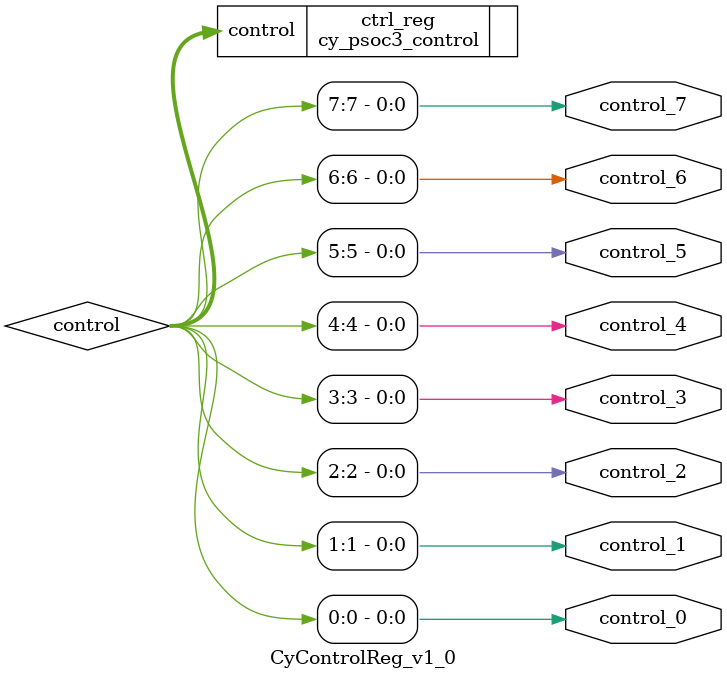
<source format=v>
/*******************************************************************************
* File Name:  CyControlReg_v1_0.v
*
* Description:
*  Verilog file for the control register. Assigns values to nets.
*
* Note:
*  
********************************************************************************
* Copyright 2008-2009, Cypress Semiconductor Corporation.  All rights reserved.
* You may use this file only in accordance with the license, terms, conditions, 
* disclaimers, and limitations in the end user license agreement accompanying 
* the software package with which this file was provided.
********************************************************************************/

`include "cypress.v"

module CyControlReg_v1_0 (
	output wire control_0,
	output wire control_1,
	output wire control_2,
	output wire control_3,
	output wire control_4,
	output wire control_5,
	output wire control_6,
	output wire control_7
);

	parameter NumOutputs = 8;

	wire [7:0] control;
	assign control_0 = control[0];
	assign control_1 = control[1];
	assign control_2 = control[2];
	assign control_3 = control[3];
	assign control_4 = control[4];
	assign control_5 = control[5];
	assign control_6 = control[6];
	assign control_7 = control[7];
	
	cy_psoc3_control
    	#(.cy_force_order(1))
    ctrl_reg(
        /*  output	[07:00]	 */  .control(control)
    );
endmodule


</source>
